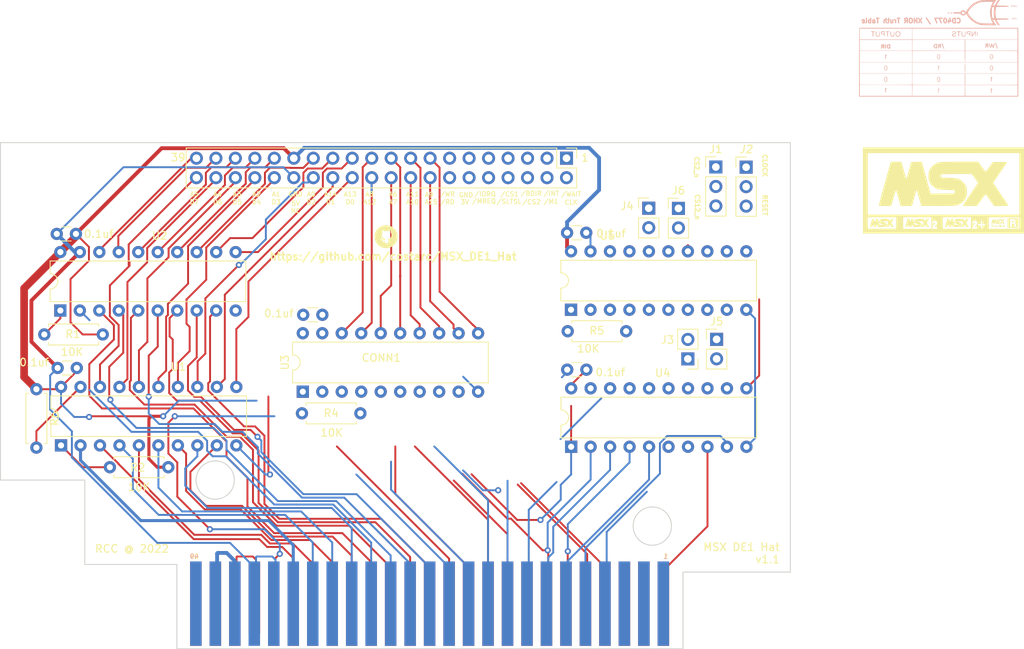
<source format=kicad_pcb>
(kicad_pcb (version 20211014) (generator pcbnew)
  (title_block (title "MSX DE1 Hat") (date "2022-12-13") (rev "1.1") (company "RCC") (comment 1 "Fixed missing 3.3v input in the schematic & pcb.") (comment 2 "Added pull-ups for /OE in all CIs") (comment 3 "Added Jumper for 3v/5v selection") (comment 4 "Changed PullUps to 10K") (comment 5 "Rotated IDC connector which was in wrong position"))
  (layers (0 "F.Cu" signal) (31 "B.Cu" signal) (34 "B.Paste" user) (35 "F.Paste" user) (36 "B.SilkS" user "B.Silkscreen") (37 "F.SilkS" user "F.Silkscreen") (38 "B.Mask" user) (39 "F.Mask" user) (44 "Edge.Cuts" user))
  (net 0 "")
  (net 1 "GNDREF")
  (net 2 "{slash}C_CS1")
  (net 3 "{slash}C_CS12")
  (net 4 "{slash}C_SLTSL")
  (net 5 "C_A15")
  (net 6 "{slash}C_IORQ")
  (net 7 "+5V")
  (net 8 "C_A12")
  (net 9 "{slash}C_MREQ")
  (net 10 "C_A11")
  (net 11 "C_A10")
  (net 12 "{slash}C_RD")
  (net 13 "C_A9")
  (net 14 "{slash}C_RESET")
  (net 15 "C_A8")
  (net 16 "C_CLOCK")
  (net 17 "C_D7")
  (net 18 "C_A6")
  (net 19 "C_D6")
  (net 20 "C_D5")
  (net 21 "C_D4")
  (net 22 "C_D3")
  (net 23 "C_D2")
  (net 24 "C_D1")
  (net 25 "C_D0")
  (net 26 "+12V")
  (net 27 "-12V")
  (net 28 "{slash}C_M1")
  (net 29 "{slash}C_RFSH")
  (net 30 "{slash}C_CS2")
  (net 31 "{slash}C_WAIT")
  (net 32 "Net-(J3-Pad2)")
  (net 35 "{slash}CS1")
  (net 36 "{slash}CS2")
  (net 37 "{slash}CS12")
  (net 38 "{slash}SLTSL")
  (net 39 "{slash}RFSH")
  (net 40 "{slash}WAIT")
  (net 41 "{slash}INT")
  (net 42 "{slash}M1")
  (net 43 "{slash}BUSDIR")
  (net 44 "{slash}IORQ")
  (net 45 "{slash}MREQ")
  (net 46 "{slash}WR")
  (net 47 "{slash}RD")
  (net 48 "{slash}RESET")
  (net 49 "A9")
  (net 50 "A15")
  (net 51 "A11")
  (net 52 "A10")
  (net 53 "A7")
  (net 54 "A6")
  (net 55 "A12")
  (net 56 "A8")
  (net 57 "A14")
  (net 58 "A13")
  (net 59 "A1")
  (net 60 "A0")
  (net 61 "A3")
  (net 62 "A2")
  (net 63 "A5")
  (net 64 "A4")
  (net 65 "D1")
  (net 66 "D0")
  (net 67 "D3")
  (net 68 "D2")
  (net 69 "D5")
  (net 70 "D4")
  (net 71 "D7")
  (net 72 "D6")
  (net 73 "CLOCK")
  (net 74 "SOUNDIN")
  (net 75 "C_CLK_OR_RST")
  (net 76 "C_A7")
  (net 77 "C_A5")
  (net 78 "C_A4")
  (net 79 "C_A3")
  (net 80 "C_A2")
  (net 81 "C_A1")
  (net 82 "C_A0")
  (net 83 "C_A14")
  (net 84 "C_A13")
  (net 85 "{slash}C_WR")
  (net 86 "Net-(R1-Pad2)")
  (net 87 "Net-(R3-Pad2)")
  (net 88 "C_CS2_CS12")
  (net 90 "Net-(R4-Pad2)")
  (net 91 "Net-(R5-Pad2)")
  (net 92 "Net-(J5-Pad2)")
  (net 93 "SW1")
  (net 94 "Vdd")
  (net 95 "Net-(J4-Pad1)")
  (net 97 "{slash}C_INT")
  (net 98 "{slash}C_BUSDIR")
  (net 99 "Net-(J6-Pad1)")
  (footprint "Capacitor_THT:C_Disc_D3.0mm_W1.6mm_P2.50mm" (layer "F.Cu") (at 59.396659 49.582291)
    (fp_text reference "C1" hide)
    (fp_text value "0.1uf")
  )
  (footprint "Package_DIP:DIP-20_W7.62mm" (layer "F.Cu") (at 91.365 52.675 90)
    (fp_text reference "U3")
    (fp_text value "74LVC245A")
  )
  (footprint "Connector_PinHeader_2.54mm:PinHeader_1x02_P2.54mm_Vertical" (layer "F.Cu") (at 136.475 28.75)
    (fp_text reference "J4")
    (fp_text value "J4" hide)
  )
  (footprint "Capacitor_THT:C_Disc_D3.0mm_W1.6mm_P2.50mm" (layer "F.Cu") (at 93.915 42.65 180)
    (fp_text reference "C3" hide)
    (fp_text value "0.1uf")
  )
  (footprint "Capacitor_THT:C_Disc_D3.0mm_W1.6mm_P2.50mm" (layer "F.Cu") (at 59.282166 32.103329)
    (fp_text reference "C2" hide)
    (fp_text value "0.1uf")
  )
  (footprint "Connector_PinHeader_2.54mm:PinHeader_1x02_P2.54mm_Vertical" (layer "F.Cu") (at 145.325 45.85)
    (fp_text reference "J5")
    (fp_text value "J5")
  )
  (footprint "Connector_PinHeader_2.54mm:PinHeader_2x20_P2.54mm_Vertical" (layer "F.Cu") (at 125.751734 22.230184 -90)
    (fp_text reference "IDC1" hide)
    (fp_text value "DE1 GPIO")
  )
  (footprint "Connector_PinHeader_2.54mm:PinHeader_1x02_P2.54mm_Vertical" (layer "F.Cu") (at 140.35 28.775)
    (fp_text reference "J6")
    (fp_text value "J6")
  )
  (footprint "Capacitor_THT:C_Disc_D3.0mm_W1.6mm_P2.50mm" (layer "F.Cu") (at 128.325 31.95 180)
    (fp_text reference "C5" hide)
    (fp_text value "0.1uf")
  )
  (footprint "Package_DIP:DIP-20_W7.62mm" (layer "F.Cu") (at 126.340094 41.991078 90)
    (fp_text reference "U5")
    (fp_text value "74LVC245A")
  )
  (footprint "Resistor_THT:R_Axial_DIN0207_L6.3mm_D2.5mm_P7.62mm_Horizontal" (layer "F.Cu") (at 98.875 55.5 180)
    (fp_text reference "R4")
    (fp_text value "10K")
  )
  (footprint "Roni Footprints:MSX_CART_SW" (layer "F.Cu") (at 101.6 50.8)
    (fp_text reference "CONN1")
    (fp_text value "MSX_BUS")
    (fp_line (start -49.66 13.4) (end -49.66 -30.6) (layer "Edge.Cuts") (width 0.12))
    (fp_line (start 53.34 -30.6) (end 53.34 25.4) (layer "Edge.Cuts") (width 0.12))
    (fp_line (start -38.66 24.4) (end -26.66 24.4) (layer "Edge.Cuts") (width 0.12))
    (fp_line (start 39.34 25.4) (end 39.34 35.4) (layer "Edge.Cuts") (width 0.12))
    (fp_line (start -49.66 13.4) (end -38.66 13.4) (layer "Edge.Cuts") (width 0.12))
    (fp_line (start -26.66 35.4) (end -26.66 24.4) (layer "Edge.Cuts") (width 0.12))
    (fp_line (start -38.66 13.4) (end -38.66 24.4) (layer "Edge.Cuts") (width 0.12))
    (fp_line (start 39.34 25.4) (end 53.34 25.4) (layer "Edge.Cuts") (width 0.12))
    (fp_line (start 53.34 -30.6) (end -49.66 -30.6) (layer "Edge.Cuts") (width 0.12))
    (fp_line (start -26.66 35.4) (end 39.34 35.4) (layer "Edge.Cuts") (width 0.12))
    (fp_circle (center -21.66 13.4) (end -19.16 13.4) (layer "Edge.Cuts") (width 0.12) (fill none))
    (fp_circle (center 35.34 19.4) (end 37.84 19.4) (layer "Edge.Cuts") (width 0.12) (fill none))
  )
  (footprint "Resistor_THT:R_Axial_DIN0207_L6.3mm_D2.5mm_P7.62mm_Horizontal" (layer "F.Cu") (at 133.528705 44.789838 180)
    (fp_text reference "R5")
    (fp_text value "10K")
  )
  (footprint "Resistor_THT:R_Axial_DIN0207_L6.3mm_D2.5mm_P7.62mm_Horizontal" (layer "F.Cu") (at 73.826094 62.523366 180)
    (fp_text reference "R2")
    (fp_text value "10K")
  )
  (footprint "Package_DIP:DIP-20_W7.62mm" (layer "F.Cu") (at 59.838625 59.68 90)
    (fp_text reference "U1")
    (fp_text value "74LVC245A")
  )
  (footprint "Resistor_THT:R_Axial_DIN0207_L6.3mm_D2.5mm_P7.62mm_Horizontal" (layer "F.Cu") (at 56.625 52.35 -90)
    (fp_text reference "R6")
    (fp_text value "10K")
  )
  (footprint "Package_DIP:DIP-20_W7.62mm" (layer "F.Cu") (at 59.751269 42.09075 90)
    (fp_text reference "U2")
    (fp_text value "74LVC245A")
  )
  (footprint "Connector_PinHeader_2.54mm:PinHeader_1x02_P2.54mm_Vertical" (layer "F.Cu") (at 141.575 48.4 180)
    (fp_text reference "J3")
    (fp_text value "J3" hide)
  )
  (footprint "Resistor_THT:R_Axial_DIN0207_L6.3mm_D2.5mm_P7.62mm_Horizontal" (layer "F.Cu") (at 65.278 45.212 180)
    (fp_text reference "R1")
    (fp_text value "10K")
  )
  (footprint "Capacitor_THT:C_Disc_D3.0mm_W1.6mm_P2.50mm" (layer "F.Cu") (at 125.844258 49.804272)
    (fp_text reference "C4" hide)
    (fp_text value "0.1uf")
  )
  (footprint "LOGO" (layer "F.Cu") (at 102.222315 32.460495)
    (fp_text reference "G***" hide)
    (fp_text value "LOGO" hide)
  )
  (footprint "Connector_PinHeader_2.54mm:PinHeader_1x03_P2.54mm_Vertical" (layer "F.Cu") (at 149.175 23.4)
    (fp_text reference "J2")
    (fp_text value "J2" hide)
  )
  (footprint "LOGO" (layer "F.Cu") (at 174.9 26.425)
    (fp_text reference "G***" hide)
    (fp_text value "LOGO" hide)
  )
  (footprint "Connector_PinHeader_2.54mm:PinHeader_1x03_P2.54mm_Vertical" (layer "F.Cu") (at 145.225 23.375)
    (fp_text reference "J1")
    (fp_text value "J1")
  )
  (footprint "Package_DIP:DIP-20_W7.62mm" (layer "F.Cu") (at 126.356514 59.858244 90)
    (fp_text reference "U4")
    (fp_text value "74LVC245A")
  )
  (footprint "LOGO" (layer "B.Cu") (at 174.241744 7.866666 180)
    (fp_text reference "CD4077 / XNOR Truth Table")
    (fp_text value "LOGO" hide)
  )
  (gr_text "1" (at 138.684 74.168) (layer "B.SilkS") (effects (font (size 0.6 0.6) (thickness 0.11)) (justify mirror)))
  (gr_text "49" (at 77.216 74.168) (layer "B.SilkS") (effects (font (size 0.6 0.6) (thickness 0.11)) (justify mirror)))
  (gr_text "39" (at 75.105818 22.135514) (layer "F.SilkS") (effects (font (size 1 1))))
  (gr_text "/CS2" (at 121.186551 27.937339) (layer "F.SilkS") (effects (font (size 0.6 0.6) (thickness 0.11))))
  (gr_text "CS2_n" (at 142.725 23.4 270) (layer "F.SilkS") (effects (font (size 0.6 0.6))))
  (gr_text "D5" (at 82.804 27.94) (layer "F.SilkS") (effects (font (size 0.6 0.6) (thickness 0.11))))
  (gr_text "A11" (at 105.664 26.924) (layer "F.SilkS") (effects (font (size 0.6 0.6) (thickness 0.11))))
  (gr_text "GND" (at 90.424 26.924) (layer "F.SilkS") (effects (font (size 0.6 0.6) (thickness 0.11))))
  (gr_text "A7" (at 103.124 27.94) (layer "F.SilkS") (effects (font (size 0.6 0.6) (thickness 0.11))))
  (gr_text "D2" (at 92.456 27.94) (layer "F.SilkS") (effects (font (size 0.6 0.6) (thickness 0.11))))
  (gr_text "/IORQ" (at 115.127399 26.899251) (layer "F.SilkS") (effects (font (size 0.6 0.6) (thickness 0.11))))
  (gr_text "A0" (at 92.456 26.924) (layer "F.SilkS") (effects (font (size 0.6 0.6) (thickness 0.11))))
  (gr_text "/SLTSL" (at 118.26407 27.886067) (layer "F.SilkS") (effects (font (size 0.6 0.6) (thickness 0.11))))
  (gr_text "A3" (at 82.804 26.924) (layer "F.SilkS") (effects (font (size 0.6 0.6) (thickness 0.11))))
  (gr_text "/CS1" (at 118.315341 26.911907) (layer "F.SilkS") (effects (font (size 0.6 0.6) (thickness 0.11))))
  (gr_text "5V\nNC" (at 90.436854 28.611224) (layer "F.SilkS") (effects (font (size 0.6 0.6) (thickness 0.11))))
  (gr_text "D3" (at 87.884 27.94) (layer "F.SilkS") (effects (font (size 0.6 0.6) (thickness 0.11))))
  (gr_text "A12" (at 100.076 27.94) (layer "F.SilkS") (effects (font (size 0.6 0.6) (thickness 0.11))))
  (gr_text "https://github.com/costarc/MSX_DE1_Hat" (at 103.134997 35.039814) (layer "F.SilkS") (effects (font (size 1 1) (thickness 0.2))))
  (gr_text "CLK" (at 126.364983 27.988611) (layer "F.SilkS") (effects (font (size 0.6 0.6) (thickness 0.11))))
  (gr_text "A13" (at 97.536 26.924) (layer "F.SilkS") (effects (font (size 0.6 0.6) (thickness 0.11))))
  (gr_text "A2" (at 85.344 26.924) (layer "F.SilkS") (effects (font (size 0.6 0.6) (thickness 0.11))))
  (gr_text "A15" (at 108.09674 27.937057) (layer "F.SilkS") (effects (font (size 0.6 0.6) (thickness 0.11))))
  (gr_text "/BDIR" (at 121.160916 26.834999) (layer "F.SilkS") (effects (font (size 0.6 0.6) (thickness 0.11))))
  (gr_text "D1" (at 94.996 27.94) (layer "F.SilkS") (effects (font (size 0.6 0.6) (thickness 0.11))))
  (gr_text "1" (at 128.161452 22.17818) (layer "F.SilkS") (effects (font (size 1 1))))
  (gr_text "A9" (at 107.823292 26.997078) (layer "F.SilkS") (effects (font (size 0.6 0.6) (thickness 0.11))))
  (gr_text "RESET" (at 151.625 28.35 270) (layer "F.SilkS") (effects (font (size 0.6 0.6))))
  (gr_text "D4" (at 85.344 27.94) (layer "F.SilkS") (effects (font (size 0.6 0.6) (thickness 0.11))))
  (gr_text "A6" (at 103.124 26.924) (layer "F.SilkS") (effects (font (size 0.6 0.6) (thickness 0.11))))
  (gr_text "A1" (at 87.884 26.924) (layer "F.SilkS") (effects (font (size 0.6 0.6) (thickness 0.11))))
  (gr_text "A8" (at 100.076 26.924) (layer "F.SilkS") (effects (font (size 0.6 0.6) (thickness 0.11))))
  (gr_text "GND" (at 112.649829 27.01445) (layer "F.SilkS") (effects (font (size 0.6 0.6) (thickness 0.11))))
  (gr_text "/MREQ" (at 114.982687 27.834796) (layer "F.SilkS") (effects (font (size 0.6 0.6) (thickness 0.11))))
  (gr_text "D0" (at 97.536 27.94) (layer "F.SilkS") (effects (font (size 0.6 0.6) (thickness 0.11))))
  (gr_text "/RD" (at 110.233057 27.937057) (layer "F.SilkS") (effects (font (size 0.6 0.6) (thickness 0.11))))
  (gr_text "A10" (at 105.664 27.94) (layer "F.SilkS") (effects (font (size 0.6 0.6) (thickness 0.11))))
  (gr_text "50" (at 77.216 74.168) (layer "F.SilkS") (effects (font (size 0.6 0.6) (thickness 0.11))))
  (gr_text "A14" (at 94.996 26.924) (layer "F.SilkS") (effects (font (size 0.6 0.6) (thickness 0.11))))
  (gr_text "A4" (at 80.264 26.924) (layer "F.SilkS") (effects (font (size 0.6 0.6) (thickness 0.11))))
  (gr_text "MSX DE1 Hat\nv1.1" (at 153.650817 73.743452) (layer "F.SilkS") (effects (font (size 1 1)) (justify right)))
  (gr_text "2" (at 138.684 74.168) (layer "F.SilkS") (effects (font (size 0.6 0.6) (thickness 0.11))))
  (gr_text "CS12_n" (at 142.825 28.6 270) (layer "F.SilkS") (effects (font (size 0.6 0.6))))
  (gr_text "/WR" (at 110.236 26.924) (layer "F.SilkS") (effects (font (size 0.6 0.6) (thickness 0.11))))
  (gr_text "/M1" (at 123.724496 27.886067) (layer "F.SilkS") (effects (font (size 0.6 0.6) (thickness 0.11))))
  (gr_text "D6" (at 80.264 27.94) (layer "F.SilkS") (effects (font (size 0.6 0.6) (thickness 0.11))))
  (gr_text "/WAIT" (at 126.364983 26.911907) (layer "F.SilkS") (effects (font (size 0.6 0.6) (thickness 0.11))))
  (gr_text "3V" (at 112.496014 27.937339) (layer "F.SilkS") (effects (font (size 0.6 0.6) (thickness 0.11))))
  (gr_text "CLOCK" (at 151.625 23.2 270) (layer "F.SilkS") (effects (font (size 0.6 0.6))))
  (gr_text "/INT" (at 123.775767 26.834999) (layer "F.SilkS") (effects (font (size 0.6 0.6) (thickness 0.11))))
  (gr_text "RCC @ 2022" (at 69.088 73.152) (layer "F.SilkS") (effects (font (size 1 1))))
  (gr_text "A5" (at 77.216 26.924) (layer "F.SilkS") (effects (font (size 0.6 0.6) (thickness 0.11))))
  (gr_text "D7" (at 77.216 27.94) (layer "F.SilkS") (effects (font (size 0.6 0.6) (thickness 0.11))))
  (segment (start 55.975846 40.786173) (end 55.975846 46.161478) (width 0.5) (layer "F.Cu") (net 1))
  (segment (start 55.975846 46.161478) (end 59.396659 49.582291) (width 0.5) (layer "F.Cu") (net 1))
  (segment (start 86.87903 63.26953) (end 86.87903 53.302552) (width 0.25) (layer "F.Cu") (net 1))
  (segment (start 62.291269 34.47075) (end 55.975846 40.786173) (width 0.5) (layer "F.Cu") (net 1))
  (segment (start 87.0845 63.475) (end 86.87903 63.26953) (width 0.25) (layer "F.Cu") (net 1))
  (via (at 87.0845 63.475) (size 0.8) (drill 0.4) (layers "F.Cu" "B.Cu") (net 1))
  (segment (start 58.42 50.55895) (end 58.42 55.012436) (width 0.25) (layer "B.Cu") (net 1))
  (segment (start 88.826734 23.405184) (end 90.191734 24.770184) (width 0.25) (layer "B.Cu") (net 1))
  (segment (start 58.42 55.012436) (end 60.123782 56.716218) (width 0.25) (layer "B.Cu") (net 1))
  (segment (start 85.344 74.168) (end 85.269749 74.242251) (width 0.25) (layer "B.Cu") (net 1))
  (segment (start 129.032 34.522984) (end 128.880094 34.371078) (width 0.25) (layer "B.Cu") (net 1))
  (segment (start 87.809749 80.509983) (end 87.809749 74.601749) (width 0.25) (layer "B.Cu") (net 1))
  (segment (start 61.253625 61.253625) (end 61.253625 57.846062) (width 0.25) (layer "B.Cu") (net 1))
  (segment (start 87.809749 74.601749) (end 87.376 74.168) (width 0.25) (layer "B.Cu") (net 1))
  (segment (start 61.253625 57.846062) (end 60.223967 56.816403) (width 0.25) (layer "B.Cu") (net 1))
  (segment (start 128.880094 32.505094) (end 128.325 31.95) (width 0.25) (layer "B.Cu") (net 1))
  (segment (start 67.980311 23.405184) (end 88.826734 23.405184) (width 0.25) (layer "B.Cu") (net 1))
  (segment (start 85.269749 74.242251) (end 85.269749 80.509983) (width 0.25) (layer "B.Cu") (net 1))
  (segment (start 87.0845 63.475) (end 86.493625 63.475) (width 0.25) (layer "B.Cu") (net 1))
  (segment (start 59.396659 49.582291) (end 58.42 50.55895) (width 0.25) (layer "B.Cu") (net 1))
  (segment (start 112.275 50.725) (end 114.225 52.675) (width 0.25) (layer "B.Cu") (net 1))
  (segment (start 128.880094 34.371078) (end 128.880094 32.505094) (width 0.25) (layer "B.Cu") (net 1))
  (segment (start 85.042025 75.564405) (end 81.86762 72.39) (width 0.25) (layer "B.Cu") (net 1))
  (segment (start 86.493625 63.475) (end 82.698625 59.68) (width 0.25) (layer "B.Cu") (net 1))
  (segment (start 87.376 74.168) (end 85.344 74.168) (width 0.25) (layer "B.Cu") (net 1))
  (segment (start 81.86762 72.39) (end 72.39 72.39) (width 0.25) (layer "B.Cu") (net 1))
  (segment (start 59.396659 49.582291) (end 59.396659 49.396659) (width 0.25) (layer "B.Cu") (net 1))
  (segment (start 150.341514 58.733244) (end 150.341514 43.132498) (width 0.25) (layer "B.Cu") (net 1))
  (segment (start 150.341514 58.733244) (end 149.216514 59.858244) (width 0.25) (layer "B.Cu") (net 1))
  (segment (start 59.396659 49.396659) (end 59.24 49.24) (width 0.25) (layer "B.Cu") (net 1))
  (segment (start 85.042025 80.314405) (end 85.042025 75.564405) (width 0.25) (layer "B.Cu") (net 1))
  (segment (start 60.123782 56.716218) (end 60.223967 56.816403) (width 0.25) (layer "B.Cu") (net 1))
  (segment (start 129.032 35.052) (end 129.032 34.522984) (width 0.25) (layer "B.Cu") (net 1))
  (segment (start 72.39 72.39) (end 61.253625 61.253625) (width 0.25) (layer "B.Cu") (net 1))
  (segment (start 125.14557 50.8) (end 125.844258 50.101312) (width 0.25) (layer "B.Cu") (net 1))
  (segment (start 59.282166 32.103329) (end 67.980311 23.405184) (width 0.25) (layer "B.Cu") (net 1))
  (segment (start 62.291269 34.47075) (end 61.649587 34.47075) (width 0.5) (layer "B.Cu") (net 1))
  (segment (start 61.649587 34.47075) (end 59.282166 32.103329) (width 0.5) (layer "B.Cu") (net 1))
  (segment (start 150.341514 43.132498) (end 149.200094 41.991078) (width 0.25) (layer "B.Cu") (net 1))
  (segment (start 118.11 24.791918) (end 118.131734 24.770184) (width 0.25) (layer "B.Cu") (net 4))
  (segment (start 111.025 44.395) (end 111.685 45.055) (width 0.25) (layer "F.Cu") (net 5))
  (segment (start 107.971734 24.770184) (end 107.971734 40.871734) (width 0.25) (layer "F.Cu") (net 5))
  (segment (start 111.025 43.925) (end 111.025 44.395) (width 0.25) (layer "F.Cu") (net 5))
  (segment (start 107.971734 40.871734) (end 111.025 43.925) (width 0.25) (layer "F.Cu") (net 5))
  (segment (start 80.260003 73.721274) (end 80.189749 73.791528) (width 0.5) (layer "B.Cu") (net 7))
  (segment (start 82.502025 74.758948) (end 82.502025 80.314405) (width 0.5) (layer "B.Cu") (net 7))
  (segment (start 81.443842 73.700765) (end 82.502025 74.758948) (width 0.5) (layer "B.Cu") (net 7))
  (segment (start 80.189749 74.810251) (end 80.189749 80.509983) (width 0.25) (layer "B.Cu") (net 7))
  (segment (start 80.264 74.168) (end 80.189749 74.242251) (width 0.25) (layer "B.Cu") (net 7))
  (segment (start 80.189749 73.791528) (end 80.189749 74.810251) (width 0.5) (layer "B.Cu") (net 7))
  (segment (start 80.189749 74.242251) (end 80.189749 74.810251) (width 0.25) (layer "B.Cu") (net 7))
  (segment (start 80.260003 73.721274) (end 80.280512 73.700765) (width 0.5) (layer "B.Cu") (net 7))
  (segment (start 80.280512 73.700765) (end 81.443842 73.700765) (width 0.5) (layer "B.Cu") (net 7))
  (segment (start 98.985 45.055) (end 100.351734 43.688266) (width 0.25) (layer "F.Cu") (net 8))
  (segment (start 100.351734 43.688266) (end 100.351734 24.770184) (width 0.25) (layer "F.Cu") (net 8))
  (segment (start 100.33 24.7475) (end 100.33 26.642548) (width 0.25) (layer "B.Cu") (net 8))
  (segment (start 106.706012 23.504462) (end 106.706012 41.706012) (width 0.25) (layer "F.Cu") (net 10))
  (segment (start 105.431734 22.230184) (end 106.706012 23.504462) (width 0.25) (layer "F.Cu") (net 10))
  (segment (start 106.706012 41.706012) (end 109.145 44.145) (width 0.25) (layer "F.Cu") (net 10))
  (segment (start 109.145 44.145) (end 109.145 45.055) (width 0.25) (layer "F.Cu") (net 10))
  (segment (start 105.41 22.2075) (end 105.41 22.508631) (width 0.25) (layer "B.Cu") (net 10))
  (segment (start 105.431734 24.770184) (end 105.431734 42.706734) (width 0.25) (layer "F.Cu") (net 11))
  (segment (start 106.605 43.88) (end 106.605 45.055) (width 0.25) (layer "F.Cu") (net 11))
  (segment (start 105.431734 42.706734) (end 106.605 43.88) (width 0.25) (layer "F.Cu") (net 11))
  (segment (start 107.971734 22.230184) (end 109.2 23.45845) (width 0.25) (layer "F.Cu") (net 13))
  (segment (start 114.225 44.625) (end 114.225 45.055) (width 0.25) (layer "F.Cu") (net 13))
  (segment (start 109.2 39.625) (end 113.575 44) (width 0.25) (layer "F.Cu") (net 13))
  (segment (start 113.575 44) (end 113.6 44) (width 0.25) (layer "F.Cu") (net 13))
  (segment (start 113.6 44) (end 114.225 44.625) (width 0.25) (layer "F.Cu") (net 13))
  (segment (start 109.2 23.45845) (end 109.2 39.625) (width 0.25) (layer "F.Cu") (net 13))
  (segment (start 99.176734 23.405184) (end 100.351734 22.230184) (width 0.25) (layer "F.Cu") (net 15))
  (segment (start 96.445 45.055) (end 99.176734 42.323266) (width 0.25) (layer "F.Cu") (net 15))
  (segment (start 99.176734 42.323266) (end 99.176734 23.405184) (width 0.25) (layer "F.Cu") (net 15))
  (segment (start 67.35 43.973085) (end 66.206708 42.829793) (width 0.25) (layer "F.Cu") (net 17))
  (segment (start 64.918625 52.06) (end 64.918625 49.131375) (width 0.25) (layer "F.Cu") (net 17))
  (segment (start 67.35 46.7) (end 67.35 43.973085) (width 0.25) (layer "F.Cu") (net 17))
  (segment (start 68.662042 33.471375) (end 68.662042 35.662042) (width 0.25) (layer "F.Cu") (net 17))
  (segment (start 77.385917 24.7475) (end 68.662042 33.471375) (width 0.25) (layer "F.Cu") (net 17))
  (segment (start 77.47 24.7475) (end 77.385917 24.7475) (width 0.25) (layer "F.Cu") (net 17))
  (segment (start 68.662042 35.662042) (end 68.662042 36.167567) (width 0.25) (layer "F.Cu") (net 17))
  (segment (start 64.918625 49.131375) (end 67.35 46.7) (width 0.25) (layer "F.Cu") (net 17))
  (segment (start 66.206708 38.818292) (end 68.775 36.25) (width 0.25) (layer "F.Cu") (net 17))
  (segment (start 68.775 36.25) (end 68.775 35.775) (width 0.25) (layer "F.Cu") (net 17))
  (segment (start 66.206708 42.829793) (end 66.206708 38.818292) (width 0.25) (layer "F.Cu") (net 17))
  (segment (start 68.775 35.775) (end 68.662042 35.662042) (width 0.25) (layer "F.Cu") (net 17))
  (segment (start 64.918625 52.06) (end 64.918625 51.284979) (width 0.25) (layer "B.Cu") (net 17))
  (segment (start 104.066734 37.541734) (end 104.066734 37.771734) (width 0.25) (layer "F.Cu") (net 18))
  (segment (start 104.066734 23.405184) (end 104.066734 37.541734) (width 0.25) (layer "F.Cu") (net 18))
  (segment (start 104.065 45.055) (end 104.065 37.543468) (width 0.25) (layer "F.Cu") (net 18))
  (segment (start 102.891734 22.230184) (end 104.066734 23.405184) (width 0.25) (layer "F.Cu") (net 18))
  (segment (start 104.065 37.543468) (end 104.066734 37.541734) (width 0.25) (layer "F.Cu") (net 18))
  (segment (start 80.031734 24.986681) (end 80.031734 24.770184) (width 0.25) (layer "F.Cu") (net 19))
  (segment (start 71.075 35.8) (end 71.075 33.943415) (width 0.25) (layer "F.Cu") (net 19))
  (segment (start 68.496269 51.022356) (end 68.496269 38.378731) (width 0.25) (layer "F.Cu") (net 19))
  (segment (start 68.496269 38.378731) (end 71.075 35.8) (width 0.25) (layer "F.Cu") (net 19))
  (segment (start 67.458625 52.06) (end 68.496269 51.022356) (width 0.25) (layer "F.Cu") (net 19))
  (segment (start 71.075 33.943415) (end 80.031734 24.986681) (width 0.25) (layer "F.Cu") (net 19))
  (segment (start 71.1 46.175) (end 69.998625 47.276375) (width 0.25) (layer "F.Cu") (net 20))
  (segment (start 73.866269 34.004759) (end 73.866269 35.133731) (width 0.25) (layer "F.Cu") (net 20))
  (segment (start 73.866269 35.133731) (end 71.1 37.9) (width 0.25) (layer "F.Cu") (net 20))
  (segment (start 69.998625 47.276375) (end 69.998625 52.06) (width 0.25) (layer "F.Cu") (net 20))
  (segment (start 82.571734 24.770184) (end 82.571734 25.299294) (width 0.25) (layer "F.Cu") (net 20))
  (segment (start 71.1 37.9) (end 71.1 46.175) (width 0.25) (layer "F.Cu") (net 20))
  (segment (start 82.571734 25.299294) (end 73.866269 34.004759) (width 0.25) (layer "F.Cu") (net 20))
  (segment (start 76.406269 38.593731) (end 76.406269 33.692146) (width 0.25) (layer "F.Cu") (net 21))
  (segment (start 76.406269 33.692146) (end 83.724208 26.374207) (width 0.25) (layer "F.Cu") (net 21))
  (segment (start 85.111734 24.999662) (end 85.111734 24.770184) (width 0.25) (layer "F.Cu") (net 21))
  (segment (start 73.543457 42.902166) (end 73.775 42.670623) (width 0.25) (layer "F.Cu") (net 21))
  (segment (start 73.775 42.670623) (end 73.775 41.225) (width 0.25) (layer "F.Cu") (net 21))
  (segment (start 73.543457 49.923798) (end 73.543457 42.902166) (width 0.25) (layer "F.Cu") (net 21))
  (segment (start 72.538625 50.92863) (end 73.543457 49.923798) (width 0.25) (layer "F.Cu") (net 21))
  (segment (start 83.737189 26.374207) (end 85.111734 24.999662) (width 0.25) (layer "F.Cu") (net 21))
  (segment (start 73.775 41.225) (end 76.406269 38.593731) (width 0.25) (layer "F.Cu") (net 21))
  (segment (start 83.724208 26.374207) (end 83.737189 26.374207) (width 0.25) (layer "F.Cu") (net 21))
  (segment (start 72.538625 52.06) (end 72.538625 50.92863) (width 0.25) (layer "F.Cu") (net 21))
  (segment (start 78.775 33.875) (end 87.651734 24.998266) (width 0.25) (layer "F.Cu") (net 22))
  (segment (start 75.078625 52.06) (end 75.078625 48.919832) (width 0.25) (layer "F.Cu") (net 22))
  (segment (start 76.2 43.812329) (end 76.2 40.65) (width 0.25) (layer "F.Cu") (net 22))
  (segment (start 75.078625 48.919832) (end 76.611669 47.386788) (width 0.25) (layer "F.Cu") (net 22))
  (segment (start 87.651734 24.998266) (end 87.651734 24.770184) (width 0.25) (layer "F.Cu") (net 22))
  (segment (start 76.611669 44.223998) (end 76.2 43.812329) (width 0.25) (layer "F.Cu") (net 22))
  (segment (start 76.2 40.65) (end 78.775 38.075) (width 0.25) (layer "F.Cu") (net 22))
  (segment (start 78.775 38.075) (end 78.775 33.875) (width 0.25) (layer "F.Cu") (net 22))
  (segment (start 76.611669 47.386788) (end 76.611669 44.223998) (width 0.25) (layer "F.Cu") (net 22))
  (segment (start 77.65 48.716396) (end 77.65 52.028625) (width 0.25) (layer "F.Cu") (net 23))
  (segment (start 77.65 52.028625) (end 77.618625 52.06) (width 0.25) (layer "F.Cu") (net 23))
  (segment (start 78.656269 40.518731) (end 78.656269 47.710127) (width 0.25) (layer "F.Cu") (net 23))
  (segment (start 83.025 36.15) (end 78.656269 40.518731) (width 0.25) (layer "F.Cu") (net 23))
  (segment (start 78.656269 47.710127) (end 77.65 48.716396) (width 0.25) (layer "F.Cu") (net 23))
  (via (at 83.025 36.15) (size 0.8) (drill 0.4) (layers "F.Cu" "B.Cu") (net 23))
  (segment (start 86.546887 30.224355) (end 91.371242 25.4) (width 0.25) (layer "B.Cu") (net 23))
  (segment (start 92.0575 25.4) (end 92.71 24.7475) (width 0.25) (layer "B.Cu") (net 23))
  (segment (start 91.371242 25.4) (end 92.0575 25.4) (width 0.25) (layer "B.Cu") (net 23))
  (segment (start 86.546887 32.783734) (end 86.546887 30.224355) (width 0.25) (layer "B.Cu") (net 23))
  (segment (start 83.025 36.15) (end 83.180621 36.15) (width 0.25) (layer "B.Cu") (net 23))
  (segment (start 83.180621 36.15) (end 86.546887 32.783734) (width 0.25) (layer "B.Cu") (net 23))
  (segment (start 81.196269 40.028731) (end 95.271734 25.953266) (width 0.25) (layer "F.Cu") (net 24))
  (segment (start 80.158625 52.06) (end 81.196269 51.022356) (width 0.25) (layer "F.Cu") (net 24))
  (segment (start 95.271734 25.953266) (end 95.271734 24.770184) (width 0.25) (layer "F.Cu") (net 24))
  (segment (start 81.196269 51.022356) (end 81.196269 40.028731) (width 0.25) (layer "F.Cu") (net 24))
  (segment (start 95.25 25.70875) (end 95.25 24.7475) (width 0.25) (layer "B.Cu") (net 24))
  (segment (start 84.275 42.925) (end 84.275 38.306918) (width 0.25) (layer "F.Cu") (net 25))
  (segment (start 82.698625 44.501375) (end 84.275 42.925) (width 0.25) (layer "F.Cu") (net 25))
  (segment (start 82.698625 52.06) (end 82.698625 44.501375) (width 0.25) (layer "F.Cu") (net 25))
  (segment (start 84.275 38.306918) (end 97.811734 24.770184) (width 0.25) (layer "F.Cu") (net 25))
  (segment (start 150.876 40.64) (end 150.876 50.578758) (width 0.25) (layer "F.Cu") (net 28))
  (segment (start 150.876 50.578758) (end 149.216514 52.238244) (width 0.25) (layer "F.Cu") (net 28))
  (segment (start 138.609749 80.509983) (end 138.609749 75.759983) (width 0.25) (layer "F.Cu") (net 36))
  (segment (start 138.609749 75.759983) (end 144.136514 70.233218) (width 0.25) (layer "F.Cu") (net 36))
  (segment (start 144.136514 70.233218) (end 144.136514 59.858244) (width 0.25) (layer "F.Cu") (net 36))
  (segment (start 133.529749 80.509983) (end 133.026182 80.006416) (width 0.25) (layer "F.Cu") (net 39))
  (segment (start 136.225 65.725) (end 130.989749 70.960251) (width 0.25) (layer "B.Cu") (net 40))
  (segment (start 130.989749 70.960251) (end 130.989749 80.509983) (width 0.25) (layer "B.Cu") (net 40))
  (segment (start 130.989749 80.509983) (end 130.989749 75.759983) (width 0.25) (layer "F.Cu") (net 41))
  (segment (start 130.989749 75.759983) (end 119.83 64.600234) (width 0.25) (layer "F.Cu") (net 41))
  (segment (start 145.8 58.45) (end 146.676514 59.326514) (width 0.25) (layer "B.Cu") (net 42))
  (segment (start 128.222025 80.314405) (end 128.222025 73.074371) (width 0.25) (layer "B.Cu") (net 42))
  (segment (start 146.676514 59.326514) (end 146.676514 59.858244) (width 0.25) (layer "B.Cu") (net 42))
  (segment (start 137.931514 63.364882) (end 137.931514 59.392253) (width 0.25) (layer "B.Cu") (net 42))
  (segment (start 138.873767 58.45) (end 145.8 58.45) (width 0.25) (layer "B.Cu") (net 42))
  (segment (start 137.931514 59.392253) (end 138.873767 58.45) (width 0.25) (layer "B.Cu") (net 42))
  (segment (start 128.222025 73.074371) (end 137.931514 63.364882) (width 0.25) (layer "B.Cu") (net 42))
  (segment (start 128.449749 73.856379) (end 128.449749 80.509983) (width 0.25) (layer "F.Cu") (net 43))
  (segment (start 119.38 64.78663) (end 128.449749 73.856379) (width 0.25) (layer "F.Cu") (net 43))
  (segment (start 136.516514 64.143486) (end 136.516514 59.858244) (width 0.25) (layer "B.Cu") (net 44))
  (segment (start 125.909749 80.509983) (end 125.909749 74.750251) (width 0.25) (layer "B.Cu") (net 44))
  (segment (start 125.909749 74.750251) (end 136.516514 64.143486) (width 0.25) (layer "B.Cu") (net 44))
  (segment (start 125.909749 73.499636) (end 125.920514 73.488871) (width 0.25) (layer "F.Cu") (net 45))
  (segment (start 125.909749 80.509983) (end 125.909749 73.499636) (width 0.25) (layer "F.Cu") (net 45))
  (via (at 125.920514 73.488871) (size 0.8) (drill 0.4) (layers "F.Cu" "B.Cu") (net 45))
  (segment (start 125.920514 73.488871) (end 125.920514 69.950555) (width 0.25) (layer "B.Cu") (net 45))
  (segment (start 125.920514 69.950555) (end 133.976514 61.894556) (width 0.25) (layer "B.Cu") (net 45))
  (segment (start 133.976514 61.894556) (end 133.976514 59.858244) (width 0.25) (layer "B.Cu") (net 45))
  (segment (start 123.369749 74.309775) (end 124.020831 73.658693) (width 0.25) (layer "B.Cu") (net 46))
  (segment (start 124.020831 73.658693) (end 124.020831 70.289169) (width 0.25) (layer "B.Cu") (net 46))
  (segment (start 131.436514 62.873486) (end 131.436514 59.858244) (width 0.25) (layer "B.Cu") (net 46))
  (segment (start 124.020831 70.289169) (end 131.436514 62.873486) (width 0.25) (layer "B.Cu") (net 46))
  (segment (start 123.369749 80.509983) (end 123.369749 74.309775) (width 0.25) (layer "B.Cu") (net 46))
  (segment (start 122.634388 73.358388) (end 123.295831 73.358388) (width 0.25) (layer "F.Cu") (net 47))
  (segment (start 59.838625 59.68) (end 62.681991 62.523366) (width 0.25) (layer "F.Cu") (net 47))
  (segment (start 62.681991 62.523366) (end 66.206094 62.523366) (width 0.25) (layer "F.Cu") (net 47))
  (segment (start 123.369749 73.432306) (end 123.295831 73.358388) (width 0.25) (layer "F.Cu") (net 47))
  (segment (start 118.030199 69.236025) (end 118.512025 69.236025) (width 0.25) (layer "F.Cu") (net 47))
  (segment (start 112.173761 63.379587) (end 118.030199 69.236025) (width 0.25) (layer "F.Cu") (net 47))
  (segment (start 118.512025 69.236025) (end 122.634388 73.358388) (width 0.25) (layer "F.Cu") (net 47))
  (segment (start 123.369749 80.509983) (end 123.369749 73.432306) (width 0.25) (layer "F.Cu") (net 47))
  (via (at 123.295831 73.358388) (size 0.8) (drill 0.4) (layers "F.Cu" "B.Cu") (net 47))
  (segment (start 128.896514 64.143486) (end 128.896514 59.858244) (width 0.25) (layer "B.Cu") (net 47))
  (segment (start 123.295831 73.358388) (end 123.295831 69.744169) (width 0.25) (layer "B.Cu") (net 47))
  (segment (start 123.295831 69.744169) (end 128.896514 64.143486) (width 0.25) (layer "B.Cu") (net 47))
  (segment (start 120.829749 68.076899) (end 124.46 64.446648) (width 0.25) (layer "B.Cu") (net 48))
  (segment (start 124.968 58.850874) (end 130.287829 53.531045) (width 0.25) (layer "B.Cu") (net 48))
  (segment (start 120.829749 80.509983) (end 120.829749 68.076899) (width 0.25) (layer "B.Cu") (net 48))
  (segment (start 118.062025 64.290074) (end 118.062025 80.314405) (width 0.25) (layer "B.Cu") (net 49))
  (segment (start 118.062025 80.314405) (end 118.062025 71.273678) (width 0.25) (layer "F.Cu") (net 50))
  (segment (start 118.062025 71.273678) (end 111.048761 64.260414) (width 0.25) (layer "F.Cu") (net 50))
  (segment (start 115.522025 80.314405) (end 115.522025 66.830074) (width 0.25) (layer "B.Cu") (net 51))
  (segment (start 115.522025 66.830074) (end 108.508761 59.81681) (width 0.25) (layer "B.Cu") (net 51))
  (segment (start 115.522025 80.314405) (end 115.522025 69.370074) (width 0.25) (layer "F.Cu") (net 52))
  (segment (start 115.522025 69.370074) (end 105.968761 59.81681) (width 0.25) (layer "F.Cu") (net 52))
  (segment (start 102.87 65.45238) (end 102.87 61.798049) (width 0.25) (layer "B.Cu") (net 53))
  (segment (start 112.982025 80.314405) (end 112.982025 75.564405) (width 0.25) (layer "B.Cu") (net 53))
  (segment (start 112.982025 75.564405) (end 102.87 65.45238) (width 0.25) (layer "B.Cu") (net 53))
  (segment (start 112.982025 80.314405) (end 112.982025 75.564405) (width 0.25) (layer "F.Cu") (net 54))
  (segment (start 112.982025 75.564405) (end 103.428761 66.011141) (width 0.25) (layer "F.Cu") (net 54))
  (segment (start 103.428761 66.011141) (end 103.428761 59.81681) (width 0.25) (layer "F.Cu") (net 54))
  (segment (start 110.442025 80.314405) (end 110.442025 75.564405) (width 0.25) (layer "B.Cu") (net 55))
  (segment (start 110.442025 75.564405) (end 98.348761 63.471141) (width 0.25) (layer "B.Cu") (net 55))
  (segment (start 110.442025 74.450074) (end 95.808761 59.81681) (width 0.25) (layer "F.Cu") (net 56))
  (segment (start 110.442025 80.314405) (end 110.442025 74.450074) (width 0.25) (layer "F.Cu") (net 56))
  (segment (start 77.531269 48.198731) (end 76.39414 49.33586) (width 0.25) (layer "F.Cu") (net 57))
  (segment (start 77.216 53.34) (end 78.076396 53.34) (width 0.25) (layer "F.Cu") (net 57))
  (segment (start 78.076396 53.34) (end 82.391396 57.655) (width 0.25) (layer "F.Cu") (net 57))
  (segment (start 76.39414 49.33586) (end 76.39414 52.51814) (width 0.25) (layer "F.Cu") (net 57))
  (segment (start 84.554286 57.655) (end 85.461637 58.562351) (width 0.25) (layer "F.Cu") (net 57))
  (segment (start 77.531269 42.09075) (end 77.531269 48.198731) (width 0.25) (layer "F.Cu") (net 57))
  (segment (start 82.391396 57.655) (end 84.554286 57.655) (width 0.25) (layer "F.Cu") (net 57))
  (segment (start 76.39414 52.51814) (end 77.216 53.34) (width 0.25) (layer "F.Cu") (net 57))
  (via (at 85.461637 58.562351) (size 0.8) (drill 0.4) (layers "F.Cu" "B.Cu") (net 57))
  (segment (start 85.461637 58.562351) (end 85.961399 59.062113) (width 0.25) (layer "B.Cu") (net 57))
  (segment (start 107.902025 75.564405) (end 107.902025 80.314405) (width 0.25) (layer "B.Cu") (net 57))
  (segment (start 85.961399 59.062113) (end 85.961399 60.561399) (width 0.25) (layer "B.Cu") (net 57))
  (segment (start 98.37762 66.04) (end 107.902025 75.564405) (width 0.25) (layer "B.Cu") (net 57))
  (segment (start 85.961399 60.561399) (end 91.44 66.04) (width 0.25) (layer "B.Cu") (net 57))
  (segment (start 91.44 66.04) (end 98.37762 66.04) (width 0.25) (layer "B.Cu") (net 57))
  (segment (start 101.585394 69.247774) (end 107.902025 75.564405) (width 0.25) (layer "F.Cu") (net 58))
  (segment (start 88.300566 69.247774) (end 101.585394 69.247774) (width 0.25) (layer "F.Cu") (net 58))
  (segment (start 79.033625 51.566375) (end 79.033625 52.525991) (width 0.25) (layer "F.Cu") (net 58))
  (segment (start 83.712634 57.205) (end 85.15 57.205) (width 0.25) (layer "F.Cu") (net 58))
  (segment (start 79.033625 52.525991) (end 83.712634 57.205) (width 0.25) (layer "F.Cu") (net 58))
  (segment (start 79.27127 42.890749) (end 79.27127 51.32873) (width 0.25) (layer "F.Cu") (net 58))
  (segment (start 86.36 67.307208) (end 88.300566 69.247774) (width 0.25) (layer "F.Cu") (net 58))
  (segment (start 80.071269 42.09075) (end 79.27127 42.890749) (width 0.25) (layer "F.Cu") (net 58))
  (segment (start 85.15 57.205) (end 86.36 58.415) (width 0.25) (layer "F.Cu") (net 58))
  (segment (start 86.36 58.415) (end 86.36 67.307208) (width 0.25) (layer "F.Cu") (net 58))
  (segment (start 107.902025 75.564405) (end 107.902025 80.314405) (width 0.25) (layer "F.Cu") (net 58))
  (segment (start 79.27127 51.32873) (end 79.033625 51.566375) (width 0.25) (layer "F.Cu") (net 58))
  (segment (start 72.451269 42.09075) (end 72.451269 46.798731) (width 0.25) (layer "F.Cu") (net 59))
  (segment (start 72.451269 46.798731) (end 71.275 47.975) (width 0.25) (layer "F.Cu") (net 59))
  (segment (start 71.275 47.975) (end 71.275 53.325) (width 0.25) (layer "F.Cu") (net 59))
  (via (at 71.275 53.325) (size 0.8) (drill 0.4) (layers "F.Cu" "B.Cu") (net 59))
  (segment (start 105.307986 75.031244) (end 96.766742 66.49) (width 0.25) (layer "B.Cu") (net 59))
  (segment (start 91.253604 66.49) (end 85.502386 60.738782) (width 0.25) (layer "B.Cu") (net 59))
  (segment (start 71.275 53.325) (end 71.275 55.527) (width 0.25) (layer "B.Cu") (net 59))
  (segment (start 105.307986 80.260366) (end 105.307986 75.031244) (width 0.25) (layer "B.Cu") (net 59))
  (segment (start 80.900396 57.912) (end 79.884396 56.896) (width 0.25) (layer "B.Cu") (net 59))
  (segment (start 71.275 55.527) (end 72.644 56.896) (width 0.25) (layer "B.Cu") (net 59))
  (segment (start 79.884396 56.896) (end 72.644 56.896) (width 0.25) (layer "B.Cu") (net 59))
  (segment (start 96.766742 66.49) (end 91.253604 66.49) (width 0.25) (layer "B.Cu") (net 59))
  (segment (start 83.506665 57.912) (end 80.900396 57.912) (width 0.25) (layer "B.Cu") (net 59))
  (segment (start 105.362025 80.314405) (end 105.307986 80.260366) (width 0.25) (layer "B.Cu") (net 59))
  (segment (start 85.502386 60.738782) (end 85.502386 59.907721) (width 0.25) (layer "B.Cu") (net 59))
  (segment (start 85.502386 59.907721) (end 83.506665 57.912) (width 0.25) (layer "B.Cu") (net 59))
  (segment (start 105.362025 74.231583) (end 105.362025 80.314405) (width 0.25) (layer "F.Cu") (net 60))
  (segment (start 74.991269 42.09075) (end 73.993457 43.088562) (width 0.25) (layer "F.Cu") (net 60))
  (segment (start 74.404282 49.717817) (end 73.941817 50.180282) (width 0.25) (layer "F.Cu") (net 60))
  (segment (start 85.598836 60.352824) (end 85.598836 67.18244) (width 0.25) (layer "F.Cu") (net 60))
  (segment (start 85.598836 67.18244) (end 88.11417 69.697774) (width 0.25) (layer "F.Cu") (net 60))
  (segment (start 83.351012 58.105) (end 85.598836 60.352824) (width 0.25) (layer "F.Cu") (net 60))
  (segment (start 77.948 53.848) (end 82.205 58.105) (width 0.25) (layer "F.Cu") (net 60))
  (segment (start 73.941817 50.180282) (end 73.941817 52.850985) (width 0.25) (layer "F.Cu") (net 60))
  (segment (start 82.205 58.105) (end 83.351012 58.105) (width 0.25) (layer "F.Cu") (net 60))
  (segment (start 88.11417 69.697774) (end 100.828216 69.697774) (width 0.25) (layer "F.Cu") (net 60))
  (segment (start 100.828216 69.697774) (end 105.362025 74.231583) (width 0.25) (layer "F.Cu") (net 60))
  (segment (start 73.993457 45.46599) (end 74.404282 45.876815) (width 0.25) (layer "F.Cu") (net 60))
  (segment (start 73.993457 43.088562) (end 73.993457 45.46599) (width 0.25) (layer "F.Cu") (net 60))
  (segment (start 73.941817 52.850985) (end 74.938832 53.848) (width 0.25) (layer "F.Cu") (net 60))
  (segment (start 74.938832 53.848) (end 77.948 53.848) (width 0.25) (layer "F.Cu") (net 60))
  (segment (start 74.404282 45.876815) (end 74.404282 49.717817) (width 0.25) (layer "F.Cu") (net 60))
  (segment (start 66.125025 53.575025) (end 66.275 53.725) (width 0.25) (layer "F.Cu") (net 61))
  (segment (start 67.371269 42.09075) (end 67.95 42.669481) (width 0.25) (layer "F.Cu") (net 61))
  (segment (start 67.95 47.6) (end 66.125025 49.424975) (width 0.25) (layer "F.Cu") (net 61))
  (segment (start 67.95 42.669481) (end 67.95 47.6) (width 0.25) (layer "F.Cu") (net 61))
  (segment (start 66.125025 49.424975) (end 66.125025 53.575025) (width 0.25) (layer "F.Cu") (net 61))
  (via (at 66.275 53.725) (size 0.8) (drill 0.4) (layers "F.Cu" "B.Cu") (net 61))
  (segment (start 69.673237 57.404) (end 79.756 57.404) (width 0.25) (layer "B.Cu") (net 61))
  (segment (start 66.216194 53.946957) (end 69.673237 57.404) (width 0.25) (layer "B.Cu") (net 61))
  (segment (start 81.426017 60.248008) (end 88.118009 66.94) (width 0.25) (layer "B.Cu") (net 61))
  (segment (start 88.118009 66.94) (end 95.725107 66.94) (width 0.25) (layer "B.Cu") (net 61))
  (segment (start 102.822025 74.036918) (end 102.822025 80.314405) (width 0.25) (layer "B.Cu") (net 61))
  (segment (start 81.426017 59.074017) (end 81.426017 60.248008) (width 0.25) (layer "B.Cu") (net 61))
  (segment (start 95.725107 66.94) (end 102.822025 74.036918) (width 0.25) (layer "B.Cu") (net 61))
  (segment (start 79.756 57.404) (end 81.426017 59.074017) (width 0.25) (layer "B.Cu") (net 61))
  (segment (start 68.946269 43.05575) (end 68.946269 51.208752) (width 0.25) (layer "F.Cu") (net 62))
  (segment (start 84.8665 60.256884) (end 84.8665 67.0865) (width 0.25) (layer "F.Cu") (net 62))
  (segment (start 87.927774 70.147774) (end 97.405394 70.147774) (width 0.25) (layer "F.Cu") (net 62))
  (segment (start 68.80251 52.454876) (end 70.703634 54.356) (width 0.25) (layer "F.Cu") (net 62))
  (segment (start 70.703634 54.356) (end 77.242396 54.356) (width 0.25) (layer "F.Cu") (net 62))
  (segment (start 102.822025 75.564405) (end 102.822025 80.314405) (width 0.25) (layer "F.Cu") (net 62))
  (segment (start 77.242396 54.356) (end 81.441396 58.555) (width 0.25) (layer "F.Cu") (net 62))
  (segment (start 81.441396 58.555) (end 83.164616 58.555) (width 0.25) (layer "F.Cu") (net 62))
  (segment (start 97.405394 70.147774) (end 102.822025 75.564405) (width 0.25) (layer "F.Cu") (net 62))
  (segment (start 84.8665 67.0865) (end 87.927774 70.147774) (width 0.25) (layer "F.Cu") (net 62))
  (segment (start 68.946269 51.208752) (end 68.80251 51.352511) (width 0.25) (layer "F.Cu") (net 62))
  (segment (start 69.911269 42.09075) (end 68.946269 43.05575) (width 0.25) (layer "F.Cu") (net 62))
  (segment (start 68.80251 51.352511) (end 68.80251 52.454876) (width 0.25) (layer "F.Cu") (net 62))
  (segment (start 83.164616 58.555) (end 84.8665 60.256884) (width 0.25) (layer "F.Cu") (net 62))
  (segment (start 100.282025 72.342025) (end 95.33 67.39) (width 0.25) (layer "B.Cu") (net 63))
  (segment (start 69.02024 57.912) (end 63.561076 52.452836) (width 0.25) (layer "B.Cu") (net 63))
  (segment (start 79.612958 61.097653) (end 78.888626 60.373321) (width 0.25) (layer "B.Cu") (net 63))
  (segment (start 63.561076 43.360557) (end 62.291269 42.09075) (width 0.25) (layer "B.Cu") (net 63))
  (segment (start 78.888626 60.373321) (end 78.888626 59.084253) (width 0.25) (layer "B.Cu") (net 63))
  (segment (start 78.888626 59.084253) (end 77.716373 57.912) (width 0.25) (layer "B.Cu") (net 63))
  (segment (start 77.716373 57.912) (end 69.02024 57.912) (width 0.25) (layer "B.Cu") (net 63))
  (segment (start 87.639639 67.39) (end 81.347292 61.097653) (width 0.25) (layer "B.Cu") (net 63))
  (segment (start 81.347292 61.097653) (end 79.612958 61.097653) (width 0.25) (layer "B.Cu") (net 63))
  (segment (start 95.33 67.39) (end 87.639639 67.39) (width 0.25) (layer "B.Cu") (net 63))
  (segment (start 100.282025 80.314405) (end 100.282025 72.342025) (width 0.25) (layer "B.Cu") (net 63))
  (segment (start 65.189 54.864) (end 77.114 54.864) (width 0.25) (layer "F.Cu") (net 64))
  (segment (start 63.525 53.2) (end 65.189 54.864) (width 0.25) (layer "F.Cu") (net 64))
  (segment (start 77.114 54.864) (end 81.413269 59.163269) (width 0.25) (layer "F.Cu") (net 64))
  (segment (start 81.413269 59.163269) (end 81.413269 61.146577) (width 0.25) (layer "F.Cu") (net 64))
  (segment (start 87.63 71.12) (end 96.52 71.12) (width 0.25) (layer "F.Cu") (net 64))
  (segment (start 81.413269 61.146577) (end 84.145302 63.87861) (width 0.25) (layer "F.Cu") (net 64))
  (segment (start 84.145302 63.87861) (end 84.145302 67.635302) (width 0.25) (layer "F.Cu") (net 64))
  (segment (start 66.731601 45.868399) (end 63.525 49.075) (width 0.25) (layer "F.Cu") (net 64))
  (segment (start 66.731601 44.006601) (end 66.731601 45.868399) (width 0.25) (layer "F.Cu") (net 64))
  (segment (start 66.625 43.9) (end 66.731601 44.006601) (width 0.25) (layer "F.Cu") (net 64))
  (segment (start 64.831269 42.09075) (end 66.625 43.884481) (width 0.25) (layer "F.Cu") (net 64))
  (segment (start 100.282025 74.882025) (end 100.282025 80.314405) (width 0.25) (layer "F.Cu") (net 64))
  (segment (start 84.145302 67.635302) (end 87.63 71.12) (width 0.25) (layer "F.Cu") (net 64))
  (segment (start 96.52 71.12) (end 100.282025 74.882025) (width 0.25) (layer "F.Cu") (net 64))
  (segment (start 63.525 49.075) (end 63.525 53.2) (width 0.25) (layer "F.Cu") (net 64))
  (segment (start 66.625 43.884481) (end 66.625 43.9) (width 0.25) (layer "F.Cu") (net 64))
  (segment (start 76.030349 62.68382) (end 77.618625 61.095544) (width 0.25) (layer "B.Cu") (net 65))
  (segment (start 76.030349 64.919277) (end 76.030349 62.68382) (width 0.25) (layer "B.Cu") (net 65))
  (segment (start 97.742025 80.314405) (end 97.742025 70.438421) (width 0.25) (layer "B.Cu") (net 65))
  (segment (start 95.143604 67.84) (end 78.951072 67.84) (width 0.25) (layer "B.Cu") (net 65))
  (segment (start 97.742025 70.438421) (end 95.143604 67.84) (width 0.25) (layer "B.Cu") (net 65))
  (segment (start 78.951072 67.84) (end 76.030349 64.919277) (width 0.25) (layer "B.Cu") (net 65))
  (segment (start 77.618625 61.095544) (end 77.618625 59.68) (width 0.25) (layer "B.Cu") (net 65))
  (segment (start 76.708 63.130625) (end 80.158625 59.68) (width 0.25) (layer "F.Cu") (net 66))
  (segment (start 78.74 67.564) (end 76.708 65.532) (width 0.25) (layer "F.Cu") (net 66))
  (segment (start 95.246179 71.57) (end 87.443604 71.57) (width 0.25) (layer "F.Cu") (net 66))
  (segment (start 83.437604 67.564) (end 78.74 67.564) (width 0.25) (layer "F.Cu") (net 66))
  (segment (start 76.708 65.532) (end 76.708 63.130625) (width 0.25) (layer "F.Cu") (net 66))
  (segment (start 97.742025 74.065846) (end 95.246179 71.57) (width 0.25) (layer "F.Cu") (net 66))
  (segment (start 87.443604 71.57) (end 83.437604 67.564) (width 0.25) (layer "F.Cu") (net 66))
  (segment (start 97.742025 80.314405) (end 97.742025 74.065846) (width 0.25) (layer "F.Cu") (net 66))
  (segment (start 72.538625 59.68) (end 72.538625 65.188446) (width 0.25) (layer "B.Cu") (net 67))
  (segment (start 95.202025 72.342025) (end 95.202025 80.314405) (width 0.25) (layer "B.Cu") (net 67))
  (segment (start 91.15 68.29) (end 95.202025 72.342025) (width 0.25) (layer "B.Cu") (net 67))
  (segment (start 72.538625 65.188446) (end 75.640179 68.29) (width 0.25) (layer "B.Cu") (net 67))
  (segment (start 75.640179 68.29) (end 91.15 68.29) (width 0.25) (layer "B.Cu") (net 67))
  (segment (start 78.553604 68.014) (end 83.251208 68.014) (width 0.25) (layer "F.Cu") (net 68))
  (segment (start 76.146364 60.747739) (end 76.146364 65.60676) (width 0.25) (layer "F.Cu") (net 68))
  (segment (start 87.257208 72.02) (end 92.34 72.02) (width 0.25) (layer "F.Cu") (net 68))
  (segment (start 95.202025 74.882025) (end 95.202025 80.314405) (width 0.25) (layer "F.Cu") (net 68))
  (segment (start 92.34 72.02) (end 95.202025 74.882025) (width 0.25) (layer "F.Cu") (net 68))
  (segment (start 76.146364 65.60676) (end 78.553604 68.014) (width 0.25) (layer "F.Cu") (net 68))
  (segment (start 83.251208 68.014) (end 87.257208 72.02) (width 0.25) (layer "F.Cu") (net 68))
  (segment (start 75.078625 59.68) (end 76.146364 60.747739) (width 0.25) (layer "F.Cu") (net 68))
  (segment (start 72.573057 68.74) (end 89.06 68.74) (width 0.25) (layer "B.Cu") (net 69))
  (segment (start 89.06 68.74) (end 92.662025 72.342025) (width 0.25) (layer "B.Cu") (net 69))
  (segment (start 92.662025 72.342025) (end 92.662025 80.314405) (width 0.25) (layer "B.Cu") (net 69))
  (segment (start 69.197633 61.419008) (end 69.197633 65.364576) (width 0.25) (layer "B.Cu") (net 69))
  (segment (start 67.458625 59.68) (end 69.197633 61.419008) (width 0.25) (layer "B.Cu") (net 69))
  (segment (start 69.197633 65.364576) (end 72.573057 68.74) (width 0.25) (layer "B.Cu") (net 69))
  (segment (start 69.998625 64.123604) (end 77.212021 71.337) (width 0.25) (layer "F.Cu") (net 70))
  (segment (start 77.212021 71.337) (end 85.937812 71.337) (width 0.25) (layer "F.Cu") (net 70))
  (segment (start 92.662025 75.072776) (end 92.662025 80.314405) (width 0.25) (layer "F.Cu") (net 70))
  (segment (start 90.059249 72.47) (end 92.662025 75.072776) (width 0.25) (layer "F.Cu") (net 70))
  (segment (start 85.937812 71.337) (end 87.070812 72.47) (width 0.25) (layer "F.Cu") (net 70))
  (segment (start 69.998625 59.68) (end 69.998625 64.123604) (width 0.25) (layer "F.Cu") (net 70))
  (segment (start 87.070812 72.47) (end 90.059249 72.47) (width 0.25) (layer "F.Cu") (net 70))
  (segment (start 90.122025 80.314405) (end 90.122025 72.683841) (width 0.4) (layer "B.Cu") (net 71))
  (segment (start 62.378625 61.624715) (end 62.378625 59.68) (width 0.4) (layer "B.Cu") (net 71))
  (segment (start 90.122025 72.683841) (end 86.922364 69.48418) (width 0.4) (layer "B.Cu") (net 71))
  (segment (start 70.23809 69.48418) (end 62.378625 61.624715) (width 0.4) (layer "B.Cu") (net 71))
  (segment (start 86.922364 69.48418) (end 70.23809 69.48418) (width 0.4) (layer "B.Cu") (net 71))
  (segment (start 77.143353 71.904728) (end 85.692006 71.904728) (width 0.25) (layer "F.Cu") (net 72))
  (segment (start 64.918625 59.68) (end 66.636991 61.398366) (width 0.25) (layer "F.Cu") (net 72))
  (segment (start 67.331094 62.057375) (end 67.331094 62.092469) (width 0.25) (layer "F.Cu") (net 72))
  (segment (start 67.331094 62.092469) (end 77.143353 71.904728) (width 0.25) (layer "F.Cu") (net 72))
  (segment (start 90.127683 74.384333) (end 90.127683 80.308747) (width 0.25) (layer "F.Cu") (net 72))
  (segment (start 86.707278 72.92) (end 88.66335 72.92) (width 0.25) (layer "F.Cu") (net 72))
  (segment (start 88.66335 72.92) (end 90.127683 74.384333) (width 0.25) (layer "F.Cu") (net 72))
  (segment (start 66.636991 61.398366) (end 66.672085 61.398366) (width 0.25) (layer "F.Cu") (net 72))
  (segment (start 85.692006 71.904728) (end 86.707278 72.92) (width 0.25) (layer "F.Cu") (net 72))
  (segment (start 66.672085 61.398366) (end 67.331094 62.057375) (width 0.25) (layer "F.Cu") (net 72))
  (segment (start 90.127683 80.308747) (end 90.122025 80.314405) (width 0.25) (layer "F.Cu") (net 72))
  (segment (start 73.835999 56.720001) (end 74.676 55.88) (width 0.25) (layer "F.Cu") (net 73))
  (segment (start 87.809749 80.264) (end 87.809749 74.372484) (width 0.25) (layer "F.Cu") (net 73))
  (segment (start 87.809749 74.372484) (end 88.362534 73.819699) (width 0.25) (layer "F.Cu") (net 73))
  (segment (start 79.248 70.612) (end 75 66.364) (width 0.25) (layer "F.Cu") (net 73))
  (segment (start 75 61.900364) (end 73.835999 60.736363) (width 0.25) (layer "F.Cu") (net 73))
  (segment (start 75 66.364) (end 75 61.900364) (width 0.25) (layer "F.Cu") (net 73))
  (segment (start 73.835999 60.736363) (end 73.835999 56.720001) (width 0.25) (layer "F.Cu") (net 73))
  (via (at 79.248 70.612) (size 0.8) (drill 0.4) (layers "F.Cu" "B.Cu") (net 73))
  (via (at 74.676 55.88) (size 0.8) (drill 0.4) (layers "F.Cu" "B.Cu") (net 73))
  (via (at 116.84 65.532) (size 0.8) (drill 0.4) (layers "F.Cu" "B.Cu") (net 73))
  (via (at 88.362534 73.819699) (size 0.8) (drill 0.4) (layers "F.Cu" "B.Cu") (net 73))
  (segment (start 88.362534 72.614534) (end 87.376 71.628) (width 0.25) (layer "B.Cu") (net 73))
  (segment (start 87.665313 55.88) (end 74.676 55.88) (width 0.25) (layer "B.Cu") (net 73))
  (segment (start 87.376 71.628) (end 86.36 70.612) (width 0.25) (layer "B.Cu") (net 73))
  (segment (start 86.36 70.612) (end 79.248 70.612) (width 0.25) (layer "B.Cu") (net 73))
  (segment (start 116.84 65.532) (end 114.860347 65.532) (width 0.25) (layer "B.Cu") (net 73))
  (segment (start 88.362534 73.819699) (end 88.362534 72.614534) (width 0.25) (layer "B.Cu") (net 73))
  (segment (start 114.860347 65.532) (end 112.268 62.939653) (width 0.25) (layer "B.Cu") (net 73))
  (segment (start 102.891734 38.823266) (end 101.525 40.19) (width 0.25) (layer "F.Cu") (net 76))
  (segment (start 101.681734 44.898266) (end 101.525 45.055) (width 0.25) (layer "F.Cu") (net 76))
  (segment (start 101.525 40.19) (end 101.525 45.055) (width 0.25) (layer "F.Cu") (net 76))
  (segment (start 102.891734 24.770184) (end 102.891734 38.823266) (width 0.25) (layer "F.Cu") (net 76))
  (segment (start 102.87 25.4) (end 102.87 24.7475) (width 0.25) (layer "B.Cu") (net 76))
  (segment (start 64.831269 34.47075) (end 64.831269 34.218391) (width 0.25) (layer "F.Cu") (net 77))
  (segment (start 64.831269 34.218391) (end 76.84216 22.2075) (width 0.25) (layer "F.Cu") (net 77))
  (segment (start 76.84216 22.2075) (end 77.47 22.2075) (width 0.25) (layer "F.Cu") (net 77))
  (segment (start 80.01 22.2075) (end 78.738573 23.478927) (width 0.25) (layer "F.Cu") (net 78))
  (segment (start 67.31 32.376056) (end 67.31 34.409481) (width 0.25) (layer "F.Cu") (net 78))
  (segment (start 76.207129 23.478927) (end 67.31 32.376056) (width 0.25) (layer "F.Cu") (net 78))
  (segment (start 78.738573 23.478927) (end 76.207129 23.478927) (width 0.25) (layer "F.Cu") (net 78))
  (segment (start 67.31 34.409481) (end 67.371269 34.47075) (width 0.25) (layer "F.Cu") (net 78))
  (segment (start 81.396734 23.405184) (end 79.448712 23.405184) (width 0.25) (layer "F.Cu") (net 79))
  (segment (start 82.571734 22.230184) (end 81.396734 23.405184) (width 0.25) (layer "F.Cu") (net 79))
  (segment (start 78.725 25.657019) (end 69.911269 34.47075) (width 0.25) (layer "F.Cu") (net 79))
  (segment (start 78.725 24.128896) (end 78.725 25.657019) (width 0.25) (layer "F.Cu") (net 79))
  (segment (start 79.448712 23.405184) (end 78.725 24.128896) (width 0.25) (layer "F.Cu") (net 79))
  (segment (start 81.206734 25.715285) (end 72.451269 34.47075) (width 0.25) (layer "F.Cu") (net 80))
  (segment (start 85.111734 22.230184) (end 83.891918 23.45) (width 0.25) (layer "F.Cu") (net 80))
  (segment (start 72.451269 34.47075) (end 72.855036 34.47075) (width 0.25) (layer "F.Cu") (net 80))
  (segment (start 81.206734 24.473483) (end 81.206734 25.715285) (width 0.25) (layer "F.Cu") (net 80))
  (segment (start 82.230217 23.45) (end 81.206734 24.473483) (width 0.25) (layer "F.Cu") (net 80))
  (segment (start 83.891918 23.45) (end 82.230217 23.45) (width 0.25) (layer "F.Cu") (net 80))
  (segment (start 84.4725 22.2075) (end 85.09 22.2075) (width 0.25) (layer "F.Cu") (net 80))
  (segment (start 83.6 25.875) (end 83.925 25.55) (width 0.25) (layer "F.Cu") (net 81))
  (segment (start 83.425 26.037019) (end 83.425 26.025) (width 0.25) (layer "F.Cu") (net 81))
  (segment (start 83.425 26.025) (end 83.575 25.875) (width 0.25) (layer "F.Cu") (net 81))
  (segment (start 86.456918 23.425) (end 87.651734 22.230184) (width 0.25) (layer "F.Cu") (net 81))
  (segment (start 74.991269 34.47075) (end 83.425 26.037019) (width 0.25) (layer "F.Cu") (net 81))
  (segment (start 83.925 24.053314) (end 84.553314 23.425) (width 0.25) (layer "F.Cu") (net 81))
  (segment (start 84.553314 23.425) (end 86.456918 23.425) (width 0.25) (layer "F.Cu") (net 81))
  (segment (start 83.925 25.55) (end 83.925 24.053314) (width 0.25) (layer "F.Cu") (net 81))
  (segment (start 83.575 25.875) (end 83.6 25.875) (width 0.25) (layer "F.Cu") (net 81))
  (segment (start 86.425 25.577019) (end 77.531269 34.47075) (width 0.25) (layer "F.Cu") (net 82))
  (segment (start 91.423014 23.494486) (end 89.761313 23.494486) (width 0.25) (layer "F.Cu") (net 82))
  (segment (start 87.075 23.475) (end 89.741827 23.475) (width 0.25) (layer "F.Cu") (net 82))
  (segment (start 86.425 24.125) (end 87.075 23.475) (width 0.25) (layer "F.Cu") (net 82))
  (segment (start 86.425 25.577019) (end 86.425 24.125) (width 0.25) (layer "F.Cu") (net 82))
  (segment (start 92.71 22.2075) (end 91.423014 23.494486) (width 0.25) (layer "F.Cu") (net 82))
  (segment (start 89.741827 23.475) (end 89.761313 23.494486) (width 0.25) (layer "F.Cu") (net 82))
  (segment (start 91.44 24.13) (end 91.9975 23.5725) (width 0.25) (layer "F.Cu") (net 83))
  (segment (start 80.071269 34.47075) (end 81.892019 32.65) (width 0.25) (layer "F.Cu") (net 83))
  (segment (start 91.44 26.008944) (end 91.44 24.13) (width 0.25) (layer "F.Cu") (net 83))
  (segment (start 84.798944 32.65) (end 91.44 26.008944) (width 0.25) (layer "F.Cu") (net 83))
  (segment (start 93.885 23.5725) (end 95.25 22.2075) (width 0.25) (layer "F.Cu") (net 83))
  (segment (start 81.892019 32.65) (end 84.798944 32.65) (width 0.25) (layer "F.Cu") (net 83))
  (segment (start 91.9975 23.5725) (end 93.885 23.5725) (width 0.25) (layer "F.Cu") (net 83))
  (segment (start 93.98 26.008944) (end 93.98 24.13) (width 0.25) (layer "F.Cu") (net 84))
  (segment (start 93.98 24.13) (end 94.5375 23.5725) (width 0.25) (layer "F.Cu") (net 84))
  (segment (start 82.611269 34.47075) (end 85.518194 34.47075) (width 0.25) (layer "F.Cu") (net 84))
  (segment (start 94.5375 23.5725) (end 96.425 23.5725) (width 0.25) (layer "F.Cu") (net 84))
  (segment (start 85.518194 34.47075) (end 93.98 26.008944) (width 0.25) (layer "F.Cu") (net 84))
  (segment (start 96.425 23.5725) (end 97.79 22.2075) (width 0.25) (layer "F.Cu") (net 84))
  (segment (start 59.751269 42.09075) (end 59.751269 43.118731) (width 0.25) (layer "F.Cu") (net 86))
  (segment (start 59.751269 43.118731) (end 57.658 45.212) (width 0.25) (layer "F.Cu") (net 86))
  (segment (start 122.358123 69.401281) (end 119.326387 69.401281) (width 0.25) (layer "F.Cu") (net 87))
  (segment (start 119.326387 69.401281) (end 113.363196 63.43809) (width 0.25) (layer "F.Cu") (net 87))
  (segment (start 126.356514 59.858244) (end 126.356514 54.522779) (width 0.25) (layer "F.Cu") (net 87))
  (via (at 122.358123 69.401281) (size 0.8) (drill 0.4) (layers "F.Cu" "B.Cu") (net 87))
  (segment (start 125.000437 64.820187) (end 126.356514 63.46411) (width 0.25) (layer "B.Cu") (net 87))
  (segment (start 126.356514 63.46411) (end 126.356514 59.858244) (width 0.25) (layer "B.Cu") (net 87))
  (segment (start 125.000437 66.758967) (end 122.358123 69.401281) (width 0.25) (layer "B.Cu") (net 87))
  (segment (start 125.000437 64.820187) (end 125.000437 66.758967) (width 0.25) (layer "B.Cu") (net 87))
  (segment (start 126.340094 44.358449) (end 125.908705 44.789838) (width 0.25) (layer "B.Cu") (net 91))
  (segment (start 84.836 74.168) (end 85.269749 74.601749) (width 0.25) (layer "F.Cu") (net 93))
  (segment (start 82.804 74.168) (end 84.836 74.168) (width 0.25) (layer "F.Cu") (net 93))
  (segment (start 82.729749 74.242251) (end 82.804 74.168) (width 0.25) (layer "F.Cu") (net 93))
  (segment (start 82.729749 80.509983) (end 82.729749 74.242251) (width 0.25) (layer "F.Cu") (net 93))
  (segment (start 85.269749 74.601749) (end 85.269749 80.509983) (width 0.25) (layer "F.Cu") (net 93))
  (segment (start 63.595627 55.88) (end 63.501085 55.974542) (width 0.25) (layer "F.Cu") (net 94))
  (segment (start 71.296361 61.441817) (end 71.296361 56.203639) (width 0.4) (layer "F.Cu") (net 94))
  (segment (start 55.025846 39.196173) (end 55.025846 50.750846) (width 1) (layer "F.Cu") (net 94))
  (segment (start 73.152 55.88) (end 63.595627 55.88) (width 0.25) (layer "F.Cu") (net 94))
  (segment (start 55.025846 50.750846) (end 56.625 52.35) (width 1) (layer "F.Cu") (net 94))
  (segment (start 72.960495 20.925) (end 61.782166 32.103329) (width 0.5) (layer "F.Cu") (net 94))
  (segment (start 126.340094 33.983756) (end 126.340094 34.371078) (width 0.25) (layer "F.Cu") (net 94))
  (segment (start 61.075 43.625) (end 61.075 38) (width 0.25) (layer "F.Cu") (net 94))
  (segment (start 128.344258 49.804272) (end 126.356514 51.792016) (width 0.25) (layer "F.Cu") (net 94))
  (segment (start 59.838625 52.06) (end 61.896659 50.001966) (width 0.25) (layer "F.Cu") (net 94))
  (segment (start 61.075 38) (end 63.475 35.6) (width 0.25) (layer "F.Cu") (net 94))
  (segment (start 63.475 35.6) (end 63.475 34.325) (width 0.25) (layer "F.Cu") (net 94))
  (segment (start 125.825 33.855984) (end 126.340094 34.371078) (width 0.5) (layer "F.Cu") (net 94))
  (segment (start 62.662 45.212) (end 61.075 43.625) (width 0.25) (layer "F.Cu") (net 94))
  (segment (start 73.826094 62.523366) (end 72.37791 62.523366) (width 0.4) (layer "F.Cu") (net 94))
  (segment (start 125.825 31.95) (end 125.825 33.855984) (width 0.5) (layer "F.Cu") (net 94))
  (segment (start 61.896659 50.001966) (end 61.896659 49.582291) (width 0.25) (layer "F.Cu") (net 94))
  (segment (start 71.62 55.88) (end 73.152 55.88) (width 0.4) (layer "F.Cu") (net 94))
  (segment (start 59.548625 52.35) (end 59.838625 52.06) (width 0.25) (layer "F.Cu") (net 94))
  (segment (start 56.625 52.35) (end 59.548625 52.35) (width 0.25) (layer "F.Cu") (net 94))
  (segment (start 63.475 34.325) (end 63.475 33.796163) (width 0.25) (layer "F.Cu") (net 94))
  (segment (start 72.37791 62.523366) (end 71.296361 61.441817) (width 0.4) (layer "F.Cu") (net 94))
  (segment (start 59.751269 34.47075) (end 55.025846 39.196173) (width 1) (layer "F.Cu") (net 94))
  (segment (start 63.449561 34.350439) (end 63.475 34.325) (width 0.25) (layer "F.Cu") (net 94))
  (segment (start 90.191734 22.230184) (end 88.88655 20.925) (width 0.5) (layer "F.Cu") (net 94))
  (segment (start 88.88655 20.925) (end 72.960495 20.925) (width 0.5) (layer "F.Cu") (net 94))
  (segment (start 71.296361 56.203639) (end 71.62 55.88) (width 0.4) (layer "F.Cu") (net 94))
  (segment (start 65.278 45.212) (end 62.662 45.212) (width 0.25) (layer "F.Cu") (net 94))
  (segment (start 63.475 33.796163) (end 61.782166 32.103329) (width 0.25) (layer "F.Cu") (net 94))
  (segment (start 61.782166 32.103329) (end 61.782166 32.439853) (width 1) (layer "F.Cu") (net 94))
  (segment (start 61.782166 32.439853) (end 59.751269 34.47075) (width 1) (layer "F.Cu") (net 94))
  (via (at 63.501085 55.974542) (size 0.8) (drill 0.4) (layers "F.Cu" "B.Cu") (net 94))
  (via (at 73.152 55.88) (size 0.8) (drill 0.4) (layers "F.Cu" "B.Cu") (net 94))
  (segment (start 125.825 30.55) (end 125.825 31.95) (width 0.5) (layer "B.Cu") (net 94))
  (segment (start 91.546918 20.875) (end 128.7 20.875) (width 0.5) (layer "B.Cu") (net 94))
  (segment (start 130 26.375) (end 125.825 30.55) (width 0.5) (layer "B.Cu") (net 94))
  (segment (start 61.562542 55.974542) (end 59.838625 54.250625) (width 0.25) (layer "B.Cu") (net 94))
  (segment (start 59.838625 54.250625) (end 59.838625 52.06) (width 0.25) (layer "B.Cu") (net 94))
  (segment (start 73.152 55.88) (end 75.184 53.848) (width 0.25) (layer "B.Cu") (net 94))
  (segment (start 75.184 53.848) (end 85.344 53.848) (width 0.25) (layer "B.Cu") (net 94))
  (segment (start 130 22.175) (end 130 26.375) (width 0.5) (layer "B.Cu") (net 94))
  (segment (start 90.191734 22.230184) (end 91.546918 20.875) (width 0.5) (layer "B.Cu") (net 94))
  (segment (start 128.7 20.875) (end 130 22.175) (width 0.5) (layer "B.Cu") (net 94))
  (segment (start 63.501085 55.974542) (end 61.562542 55.974542) (width 0.25) (layer "B.Cu") (net 94))
  (segment (start 125.81985 32.004) (end 125.825897 31.997953) (width 0.25) (layer "B.Cu") (net 94))
  (segment (start 59.066625 55.372) (end 59.251312 55.187312) (width 0.25) (layer "F.Cu") (net 98))
  (segment (start 56.625 57.813624) (end 59.251312 55.187312) (width 0.25) (layer "F.Cu") (net 98))
  (segment (start 56.625 59.97) (end 56.625 57.813624) (width 0.25) (layer "F.Cu") (net 98))
  (segment (start 120.65 22.2075) (end 120.0325 22.2075) (width 0.25) (layer "F.Cu") (net 98))
  (segment (start 59.251312 55.187312) (end 62.378625 52.06) (width 0.25) (layer "F.Cu") (net 98))
  (segment (start 141.580094 34.371078) (end 141.580094 33.649632) (width 0.4) (layer "F.Cu") (net 99))
)
</source>
